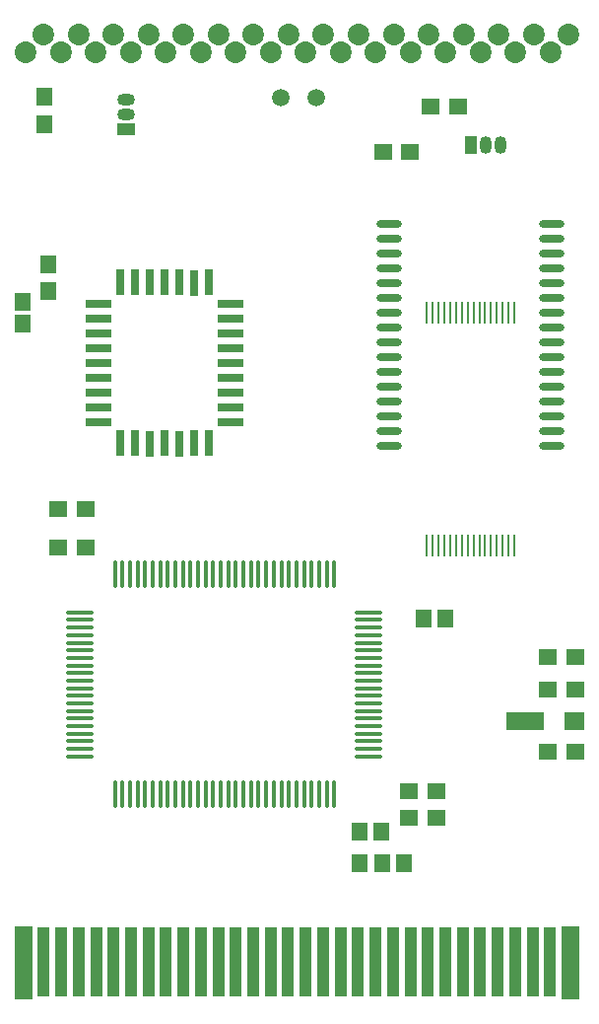
<source format=gbr>
%TF.GenerationSoftware,KiCad,Pcbnew,(7.0.0)*%
%TF.CreationDate,2023-03-08T13:52:56-06:00*%
%TF.ProjectId,G0-022M6,47302d30-3232-44d3-962e-6b696361645f,rev?*%
%TF.SameCoordinates,Original*%
%TF.FileFunction,Soldermask,Top*%
%TF.FilePolarity,Negative*%
%FSLAX46Y46*%
G04 Gerber Fmt 4.6, Leading zero omitted, Abs format (unit mm)*
G04 Created by KiCad (PCBNEW (7.0.0)) date 2023-03-08 13:52:56*
%MOMM*%
%LPD*%
G01*
G04 APERTURE LIST*
%ADD10R,1.500000X6.250000*%
%ADD11R,1.000000X6.000000*%
%ADD12R,1.400000X1.600000*%
%ADD13R,1.550000X1.400000*%
%ADD14R,1.600000X1.400000*%
%ADD15C,1.500000*%
%ADD16C,1.860000*%
%ADD17O,0.350000X2.500000*%
%ADD18O,2.500000X0.350000*%
%ADD19R,1.400000X1.550000*%
%ADD20R,1.500000X1.050000*%
%ADD21O,1.500000X1.050000*%
%ADD22R,3.200000X1.550000*%
%ADD23R,1.700000X1.550000*%
%ADD24R,0.650000X2.300000*%
%ADD25R,2.300000X0.650000*%
%ADD26O,0.250000X2.000000*%
%ADD27O,2.150000X0.650000*%
%ADD28R,1.050000X1.500000*%
%ADD29O,1.050000X1.500000*%
G04 APERTURE END LIST*
D10*
%TO.C,J6*%
X128397983Y-137752999D03*
D11*
X130148241Y-137627999D03*
X131648499Y-137627999D03*
X133148757Y-137627999D03*
X134649015Y-137627999D03*
X136149273Y-137627999D03*
X137649531Y-137627999D03*
X139149789Y-137627999D03*
X140650047Y-137627999D03*
X142150305Y-137627999D03*
X143650563Y-137627999D03*
X145150821Y-137627999D03*
X146651079Y-137627999D03*
X148151337Y-137627999D03*
X149651595Y-137627999D03*
X151151853Y-137627999D03*
X152652111Y-137627999D03*
X154152369Y-137627999D03*
X155652627Y-137627999D03*
X157152885Y-137627999D03*
X158653143Y-137627999D03*
X160153401Y-137627999D03*
X161653659Y-137627999D03*
X163153917Y-137627999D03*
X164654175Y-137627999D03*
X166154433Y-137627999D03*
X167654691Y-137627999D03*
X169154949Y-137627999D03*
X170655207Y-137627999D03*
X172155465Y-137627999D03*
X173655723Y-137627999D03*
D10*
X175405983Y-137752999D03*
%TD*%
D12*
%TO.C,J1*%
X157289999Y-129154999D03*
X159209999Y-129154999D03*
X161109999Y-129154999D03*
%TD*%
%TO.C,C5*%
X130162999Y-65774999D03*
X130162999Y-63424999D03*
%TD*%
D13*
%TO.C,R1*%
X161549999Y-125304999D03*
X163899999Y-125304999D03*
%TD*%
D14*
%TO.C,C4*%
X173469999Y-119626999D03*
X175819999Y-119626999D03*
%TD*%
D15*
%TO.C,C6*%
X150530000Y-63510000D03*
X153530000Y-63510000D03*
%TD*%
D14*
%TO.C,C2*%
X131372999Y-98752999D03*
X133722999Y-98752999D03*
%TD*%
D16*
%TO.C,J5*%
X175258400Y-58071300D03*
X173711900Y-59578300D03*
X172249862Y-58071300D03*
X170706224Y-59578300D03*
X169241329Y-58071300D03*
X167700558Y-59578300D03*
X166232796Y-58071300D03*
X164694892Y-59578300D03*
X163224263Y-58071300D03*
X161689226Y-59578300D03*
X160215730Y-58071300D03*
X158683560Y-59578300D03*
X157207197Y-58071300D03*
X155677894Y-59578300D03*
X154198664Y-58071300D03*
X152672228Y-59578300D03*
X151190131Y-58071300D03*
X149666562Y-59578300D03*
X148181598Y-58071300D03*
X146660896Y-59578300D03*
X145173065Y-58071300D03*
X143655230Y-59578300D03*
X142164532Y-58071300D03*
X140649564Y-59578300D03*
X139155999Y-58071300D03*
X137643898Y-59578300D03*
X136147466Y-58071300D03*
X134638232Y-59578300D03*
X133138933Y-58071300D03*
X131632566Y-59578300D03*
X130130400Y-58071300D03*
X128626900Y-59578300D03*
%TD*%
D13*
%TO.C,R3*%
X131397999Y-102044999D03*
X133747999Y-102044999D03*
%TD*%
D17*
%TO.C,U1*%
X136262999Y-123248999D03*
X136912999Y-123248999D03*
X137562999Y-123248999D03*
X138212999Y-123248999D03*
X138862999Y-123248999D03*
X139512999Y-123248999D03*
X140162999Y-123248999D03*
X140812999Y-123248999D03*
X141462999Y-123248999D03*
X142112999Y-123248999D03*
X142762999Y-123248999D03*
X143412999Y-123248999D03*
X144062999Y-123248999D03*
X144712999Y-123248999D03*
X145362999Y-123248999D03*
X146012999Y-123248999D03*
X146662999Y-123248999D03*
X147312999Y-123248999D03*
X147962999Y-123248999D03*
X148612999Y-123248999D03*
X149262999Y-123248999D03*
X149912999Y-123248999D03*
X150562999Y-123248999D03*
X151212999Y-123248999D03*
X151862999Y-123248999D03*
X152512999Y-123248999D03*
X153162999Y-123248999D03*
X153812999Y-123248999D03*
X154462999Y-123248999D03*
X155112999Y-123248999D03*
D18*
X158087999Y-119998999D03*
X158087999Y-119348999D03*
X158087999Y-118698999D03*
X158087999Y-118048999D03*
X158087999Y-117398999D03*
X158087999Y-116748999D03*
X158087999Y-116098999D03*
X158087999Y-115448999D03*
X158087999Y-114798999D03*
X158087999Y-114148999D03*
X158087999Y-113498999D03*
X158087999Y-112848999D03*
X158087999Y-112198999D03*
X158087999Y-111548999D03*
X158087999Y-110898999D03*
X158087999Y-110248999D03*
X158087999Y-109598999D03*
X158087999Y-108948999D03*
X158087999Y-108298999D03*
X158087999Y-107648999D03*
D17*
X155112999Y-104398999D03*
X154462999Y-104398999D03*
X153812999Y-104398999D03*
X153162999Y-104398999D03*
X152512999Y-104398999D03*
X151862999Y-104398999D03*
X151212999Y-104398999D03*
X150562999Y-104398999D03*
X149912999Y-104398999D03*
X149262999Y-104398999D03*
X148612999Y-104398999D03*
X147962999Y-104398999D03*
X147312999Y-104398999D03*
X146662999Y-104398999D03*
X146012999Y-104398999D03*
X145362999Y-104398999D03*
X144712999Y-104398999D03*
X144062999Y-104398999D03*
X143412999Y-104398999D03*
X142762999Y-104398999D03*
X142112999Y-104398999D03*
X141462999Y-104398999D03*
X140812999Y-104398999D03*
X140162999Y-104398999D03*
X139512999Y-104398999D03*
X138862999Y-104398999D03*
X138212999Y-104398999D03*
X137562999Y-104398999D03*
X136912999Y-104398999D03*
X136262999Y-104398999D03*
D18*
X133287999Y-107648999D03*
X133287999Y-108298999D03*
X133287999Y-108948999D03*
X133287999Y-109598999D03*
X133287999Y-110248999D03*
X133287999Y-110898999D03*
X133287999Y-111548999D03*
X133287999Y-112198999D03*
X133287999Y-112848999D03*
X133287999Y-113498999D03*
X133287999Y-114148999D03*
X133287999Y-114798999D03*
X133287999Y-115448999D03*
X133287999Y-116098999D03*
X133287999Y-116748999D03*
X133287999Y-117398999D03*
X133287999Y-118048999D03*
X133287999Y-118698999D03*
X133287999Y-119348999D03*
X133287999Y-119998999D03*
%TD*%
D19*
%TO.C,R4*%
X130522999Y-80100999D03*
X130522999Y-77750999D03*
%TD*%
D12*
%TO.C,J3*%
X162785999Y-108162999D03*
X164685999Y-108162999D03*
%TD*%
D20*
%TO.C,Q2*%
X137266999Y-66167999D03*
D21*
X137266999Y-64897999D03*
X137266999Y-63627999D03*
%TD*%
D13*
%TO.C,R5*%
X173494999Y-114305999D03*
X175844999Y-114305999D03*
%TD*%
D22*
%TO.C,D1*%
X171519999Y-116968999D03*
D23*
X175769999Y-116968999D03*
%TD*%
D12*
%TO.C,J4*%
X128313999Y-82877999D03*
X128313999Y-80977999D03*
%TD*%
D14*
%TO.C,C1*%
X173469999Y-111446999D03*
X175819999Y-111446999D03*
%TD*%
%TO.C,C3*%
X159296999Y-68152999D03*
X161646999Y-68152999D03*
%TD*%
D13*
%TO.C,R6*%
X163378999Y-64261999D03*
X165728999Y-64261999D03*
%TD*%
D24*
%TO.C,U2*%
X140520999Y-93143999D03*
X141792999Y-93145999D03*
X143061999Y-93144999D03*
X144331999Y-93144999D03*
D25*
X146221999Y-91323999D03*
X146221999Y-90054999D03*
X146219999Y-88783999D03*
X146220999Y-87513999D03*
X146221999Y-86247999D03*
X146222999Y-84974999D03*
X146220999Y-83703999D03*
X146222999Y-82436999D03*
X146219999Y-81166999D03*
D24*
X144328999Y-79342999D03*
X143059999Y-79345999D03*
X141790999Y-79341999D03*
X140521999Y-79342999D03*
X139253999Y-79342999D03*
X137980999Y-79341999D03*
X136709999Y-79342999D03*
D25*
X134819999Y-81160999D03*
X134819999Y-82436999D03*
X134819999Y-83701999D03*
X134823999Y-84977999D03*
X134818999Y-86241999D03*
X134825999Y-87514999D03*
X134824999Y-88782999D03*
X134824999Y-90054999D03*
X134823999Y-91325999D03*
D24*
X136711999Y-93141999D03*
X137979999Y-93141999D03*
X139251999Y-93146999D03*
%TD*%
D12*
%TO.C,J2*%
X157289999Y-126457999D03*
X159189999Y-126457999D03*
%TD*%
D26*
%TO.C,U4*%
X170578999Y-81929999D03*
X170078999Y-81929999D03*
X169578999Y-81929999D03*
X169078999Y-81929999D03*
X168578999Y-81929999D03*
X168078999Y-81929999D03*
X167578999Y-81929999D03*
X167078999Y-81929999D03*
X166578999Y-81929999D03*
X166078999Y-81929999D03*
X165578999Y-81929999D03*
X165078999Y-81929999D03*
X164578999Y-81929999D03*
X164078999Y-81929999D03*
X163578999Y-81929999D03*
X163078999Y-81929999D03*
X163078999Y-101929999D03*
X163578999Y-101929999D03*
X164078999Y-101929999D03*
X164578999Y-101929999D03*
X165078999Y-101929999D03*
X165578999Y-101929999D03*
X166078999Y-101929999D03*
X166578999Y-101929999D03*
X167078999Y-101929999D03*
X167578999Y-101929999D03*
X168078999Y-101929999D03*
X168578999Y-101929999D03*
X169078999Y-101929999D03*
X169578999Y-101929999D03*
X170078999Y-101929999D03*
X170578999Y-101929999D03*
%TD*%
D13*
%TO.C,R2*%
X161549999Y-122961999D03*
X163899999Y-122961999D03*
%TD*%
D27*
%TO.C,U3*%
X159832999Y-74344999D03*
X159832999Y-75614999D03*
X159832999Y-76884999D03*
X159832999Y-78154999D03*
X159832999Y-79424999D03*
X159832999Y-80694999D03*
X159832999Y-81964999D03*
X159832999Y-83234999D03*
X159832999Y-84504999D03*
X159832999Y-85774999D03*
X159832999Y-87044999D03*
X159832999Y-88314999D03*
X159832999Y-89584999D03*
X159832999Y-90854999D03*
X159832999Y-92124999D03*
X159832999Y-93394999D03*
X173832999Y-93394999D03*
X173832999Y-92124999D03*
X173832999Y-90854999D03*
X173832999Y-89584999D03*
X173832999Y-88314999D03*
X173832999Y-87044999D03*
X173832999Y-85774999D03*
X173832999Y-84504999D03*
X173832999Y-83234999D03*
X173832999Y-81964999D03*
X173832999Y-80694999D03*
X173832999Y-79424999D03*
X173832999Y-78154999D03*
X173832999Y-76884999D03*
X173832999Y-75614999D03*
X173832999Y-74344999D03*
%TD*%
D28*
%TO.C,Q1*%
X166834999Y-67516999D03*
D29*
X168104999Y-67516999D03*
X169374999Y-67516999D03*
%TD*%
M02*

</source>
